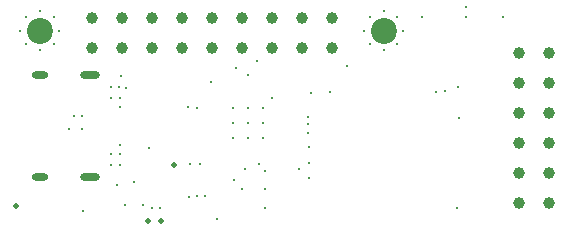
<source format=gbr>
%TF.GenerationSoftware,Altium Limited,Altium Designer,24.10.1 (45)*%
G04 Layer_Color=0*
%FSLAX43Y43*%
%MOMM*%
%TF.SameCoordinates,738E9D88-7849-49E8-B729-5C703525A812*%
%TF.FilePolarity,Positive*%
%TF.FileFunction,Plated,1,2,PTH,Drill*%
%TF.Part,Single*%
G01*
G75*
%TA.AperFunction,ComponentDrill*%
%ADD93C,0.300*%
%ADD94C,2.200*%
%ADD95O,1.700X0.600*%
%ADD96O,1.400X0.600*%
%ADD97C,1.000*%
%ADD98C,1.000*%
%TA.AperFunction,ViaDrill,NotFilled*%
%ADD99C,0.300*%
%ADD100C,0.500*%
D93*
X33167Y18267D02*
D03*
X33650Y17100D02*
D03*
X32000Y18750D02*
D03*
X33167Y15933D02*
D03*
X32000Y15450D02*
D03*
X30833Y15933D02*
D03*
Y18267D02*
D03*
X30350Y17100D02*
D03*
X1250D02*
D03*
X4550D02*
D03*
X4067Y15933D02*
D03*
Y18267D02*
D03*
X2900Y15450D02*
D03*
Y18750D02*
D03*
X1733Y15933D02*
D03*
Y18267D02*
D03*
D94*
X32000Y17100D02*
D03*
X2900D02*
D03*
D95*
X7102Y13320D02*
D03*
Y4680D02*
D03*
D96*
X2922Y13320D02*
D03*
Y4680D02*
D03*
D97*
X46000Y7580D02*
D03*
Y10120D02*
D03*
Y5040D02*
D03*
Y15200D02*
D03*
X43460D02*
D03*
X46000Y12660D02*
D03*
Y2500D02*
D03*
X43460D02*
D03*
Y10120D02*
D03*
Y12660D02*
D03*
Y5040D02*
D03*
Y7580D02*
D03*
D98*
X22540Y18140D02*
D03*
X25080D02*
D03*
X20000D02*
D03*
X27620D02*
D03*
X14920D02*
D03*
X17460D02*
D03*
X12380D02*
D03*
Y15600D02*
D03*
X9840D02*
D03*
X27620D02*
D03*
X25080D02*
D03*
X17460D02*
D03*
X14920D02*
D03*
X22540D02*
D03*
X20000D02*
D03*
X9840Y18140D02*
D03*
X7300Y15600D02*
D03*
Y18140D02*
D03*
D99*
X21770Y10513D02*
D03*
X20500Y9243D02*
D03*
Y10513D02*
D03*
X21770Y9243D02*
D03*
X20500Y7973D02*
D03*
X21770D02*
D03*
X19230Y9243D02*
D03*
Y10513D02*
D03*
Y7973D02*
D03*
X17415Y12745D02*
D03*
X6483Y9830D02*
D03*
X6500Y8746D02*
D03*
X19538Y13923D02*
D03*
X20479Y13336D02*
D03*
X21245Y14555D02*
D03*
X22560Y11401D02*
D03*
X20295Y5402D02*
D03*
X24859Y5379D02*
D03*
X21420Y5784D02*
D03*
X28864Y14138D02*
D03*
X25711Y5862D02*
D03*
X25657Y7205D02*
D03*
X16234Y10572D02*
D03*
X17900Y1168D02*
D03*
X38227Y2032D02*
D03*
X36392Y11923D02*
D03*
X5362Y8740D02*
D03*
X5754Y9828D02*
D03*
X15422Y10613D02*
D03*
X25635Y9812D02*
D03*
X25635Y9218D02*
D03*
X25824Y11838D02*
D03*
X13091Y2082D02*
D03*
X12366Y2047D02*
D03*
X21975Y5166D02*
D03*
X9746Y13284D02*
D03*
X10204Y12219D02*
D03*
X16479Y5795D02*
D03*
X15569Y5773D02*
D03*
X25613Y8405D02*
D03*
X25709Y4595D02*
D03*
X21961Y2110D02*
D03*
X21987Y3666D02*
D03*
X27422Y11868D02*
D03*
X12133Y7147D02*
D03*
X10825Y4248D02*
D03*
X9436Y3984D02*
D03*
X11649Y2342D02*
D03*
X10115Y2369D02*
D03*
X16874Y3093D02*
D03*
X16181Y3086D02*
D03*
X15505Y3042D02*
D03*
X20028Y3701D02*
D03*
X19288Y4452D02*
D03*
X6570Y1777D02*
D03*
X9652Y11355D02*
D03*
Y10644D02*
D03*
X8915Y11355D02*
D03*
Y12319D02*
D03*
Y6669D02*
D03*
X9652D02*
D03*
Y7406D02*
D03*
X8915Y5705D02*
D03*
X9652D02*
D03*
X9587Y12322D02*
D03*
X38953Y19092D02*
D03*
X38955Y18274D02*
D03*
X38293Y12333D02*
D03*
X37202Y11955D02*
D03*
X42145Y18265D02*
D03*
X38406Y9675D02*
D03*
X35272Y18243D02*
D03*
D100*
X913Y2234D02*
D03*
X14265Y5730D02*
D03*
X13139Y1008D02*
D03*
X12012D02*
D03*
%TF.MD5,642948f0a5b52f6645722f6e327b7d4c*%
M02*

</source>
